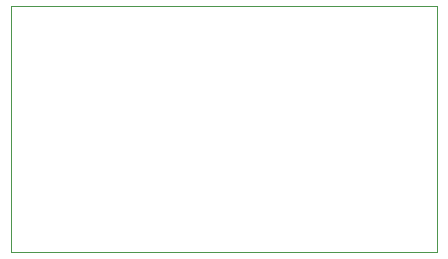
<source format=gbr>
G04 #@! TF.GenerationSoftware,KiCad,Pcbnew,5.0.2-bee76a0~70~ubuntu18.04.1*
G04 #@! TF.CreationDate,2019-03-14T21:08:30-04:00*
G04 #@! TF.ProjectId,soicssop,736f6963-7373-46f7-902e-6b696361645f,rev?*
G04 #@! TF.SameCoordinates,Original*
G04 #@! TF.FileFunction,Profile,NP*
%FSLAX46Y46*%
G04 Gerber Fmt 4.6, Leading zero omitted, Abs format (unit mm)*
G04 Created by KiCad (PCBNEW 5.0.2-bee76a0~70~ubuntu18.04.1) date Thu 14 Mar 2019 21:08:30 EDT*
%MOMM*%
%LPD*%
G01*
G04 APERTURE LIST*
%ADD10C,0.100000*%
G04 APERTURE END LIST*
D10*
X18034000Y10414000D02*
X-18034000Y10414000D01*
X18034000Y-10414000D02*
X18034000Y10414000D01*
X-18034000Y-10414000D02*
X18034000Y-10414000D01*
X-18034000Y10414000D02*
X-18034000Y-10414000D01*
M02*

</source>
